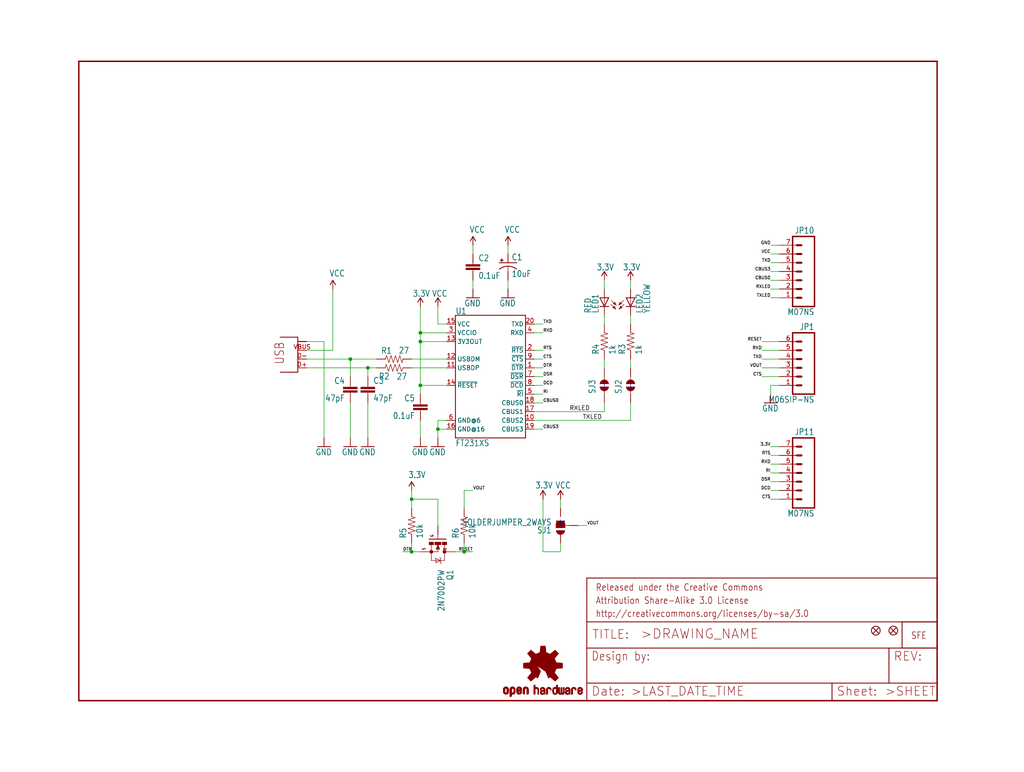
<source format=kicad_sch>
(kicad_sch (version 20211123) (generator eeschema)
  (paper "User" 297.002 223.926)
  (lib_symbols
    (symbol "schematicEagle-eagle-import:3.3V" (power)
      (property "Value" "3.3V" (at -1.016 3.556 0))
      (symbol "3.3V_1_0"
        (pin power_in line (at 0 0 90) (length 2.54) (name "3.3V") (number "1"))
      )
    )
    (symbol "schematicEagle-eagle-import:CAP0402-CAP"
      (property "Reference" "C" (at 1.524 2.921 0))
      (property "Value" "CAP0402-CAP" (at 1.524 -2.159 0))
      (symbol "CAP0402-CAP_1_0"
        (pin passive line (at 0 5.08 270) (length 2.54) (name "1") (number "1"))
        (pin passive line (at 0 -2.54 90) (length 2.54) (name "2") (number "2"))
      )
    )
    (symbol "schematicEagle-eagle-import:CAP_POL1206"
      (property "Reference" "C" (at 1.016 0.635 0))
      (property "Value" "CAP_POL1206" (at 1.016 -4.191 0))
      (symbol "CAP_POL1206_1_0"
        (pin passive line (at 0 2.54 270) (length 2.54) (name "+") (number "A"))
        (pin passive line (at 0 -5.08 90) (length 2.54) (name "-") (number "C"))
      )
    )
    (symbol "schematicEagle-eagle-import:FIDUCIALUFIDUCIAL")
    (symbol "schematicEagle-eagle-import:FRAME-LETTER"
      (symbol "FRAME-LETTER_2_0"
        (text ">DRAWING_NAME" (at 15.494 17.78 0) (effects (font (size 2.7432 2.7432)) (justify left bottom)))
        (text ">LAST_DATE_TIME" (at 12.7 1.27 0) (effects (font (size 2.54 2.54)) (justify left bottom)))
        (text ">SHEET" (at 86.36 1.27 0) (effects (font (size 2.54 2.54)) (justify left bottom)))
        (text "Attribution Share-Alike 3.0 License" (at 2.54 27.94 0) (effects (font (size 1.9304 1.6408)) (justify left bottom)))
        (text "Date:" (at 1.27 1.27 0) (effects (font (size 2.54 2.54)) (justify left bottom)))
        (text "Design by:" (at 1.27 11.43 0) (effects (font (size 2.54 2.159)) (justify left bottom)))
        (text "http://creativecommons.org/licenses/by-sa/3.0" (at 2.54 24.13 0) (effects (font (size 1.9304 1.6408)) (justify left bottom)))
        (text "Released under the Creative Commons" (at 2.54 31.75 0) (effects (font (size 1.9304 1.6408)) (justify left bottom)))
        (text "REV:" (at 88.9 11.43 0) (effects (font (size 2.54 2.54)) (justify left bottom)))
        (text "Sheet:" (at 72.39 1.27 0) (effects (font (size 2.54 2.54)) (justify left bottom)))
        (text "TITLE:" (at 1.524 17.78 0) (effects (font (size 2.54 2.54)) (justify left bottom)))
      )
    )
    (symbol "schematicEagle-eagle-import:FT231XS"
      (property "Reference" "U" (at -10.16 18.034 0))
      (property "Value" "FT231XS" (at -10.16 -18.288 0))
      (symbol "FT231XS_1_0"
        (pin bidirectional line (at 12.7 2.54 180) (length 2.54) (name "~{DTR}") (number "1"))
        (pin bidirectional line (at 12.7 -12.7 180) (length 2.54) (name "CBUS2") (number "10"))
        (pin bidirectional line (at -12.7 2.54 0) (length 2.54) (name "USBDP") (number "11"))
        (pin bidirectional line (at -12.7 5.08 0) (length 2.54) (name "USBDM") (number "12"))
        (pin bidirectional line (at -12.7 10.16 0) (length 2.54) (name "3V3OUT") (number "13"))
        (pin bidirectional line (at -12.7 -2.54 0) (length 2.54) (name "~{RESET}") (number "14"))
        (pin bidirectional line (at -12.7 15.24 0) (length 2.54) (name "VCC") (number "15"))
        (pin bidirectional line (at -12.7 -15.24 0) (length 2.54) (name "GND@16") (number "16"))
        (pin bidirectional line (at 12.7 -10.16 180) (length 2.54) (name "CBUS1") (number "17"))
        (pin bidirectional line (at 12.7 -7.62 180) (length 2.54) (name "CBUS0") (number "18"))
        (pin bidirectional line (at 12.7 -15.24 180) (length 2.54) (name "CBUS3") (number "19"))
        (pin bidirectional line (at 12.7 7.62 180) (length 2.54) (name "~{RTS}") (number "2"))
        (pin bidirectional line (at 12.7 15.24 180) (length 2.54) (name "TXD") (number "20"))
        (pin bidirectional line (at -12.7 12.7 0) (length 2.54) (name "VCCIO") (number "3"))
        (pin bidirectional line (at 12.7 12.7 180) (length 2.54) (name "RXD") (number "4"))
        (pin bidirectional line (at 12.7 -5.08 180) (length 2.54) (name "~{RI}") (number "5"))
        (pin bidirectional line (at -12.7 -12.7 0) (length 2.54) (name "GND@6") (number "6"))
        (pin bidirectional line (at 12.7 0 180) (length 2.54) (name "~{DSR}") (number "7"))
        (pin bidirectional line (at 12.7 -2.54 180) (length 2.54) (name "~{DCD}") (number "8"))
        (pin bidirectional line (at 12.7 5.08 180) (length 2.54) (name "~{CTS}") (number "9"))
      )
    )
    (symbol "schematicEagle-eagle-import:GND" (power)
      (property "Value" "GND" (at -2.54 -2.54 0))
      (symbol "GND_1_0"
        (pin power_in line (at 0 2.54 270) (length 2.54) (name "GND") (number "1"))
      )
    )
    (symbol "schematicEagle-eagle-import:LED0603"
      (property "Reference" "LED" (at 3.556 -4.572 90))
      (property "Value" "LED0603" (at 5.715 -4.572 90))
      (symbol "LED0603_1_0"
        (pin passive line (at 0 2.54 270) (length 2.54) (name "A") (number "A"))
        (pin passive line (at 0 -5.08 90) (length 2.54) (name "C") (number "C"))
      )
    )
    (symbol "schematicEagle-eagle-import:LOGO-SFENW2"
      (symbol "LOGO-SFENW2_1_0"
        (text "SFE" (at 0 0 0) (effects (font (size 1.9304 1.6408)) (justify left bottom)))
      )
    )
    (symbol "schematicEagle-eagle-import:M06SIP-NS"
      (property "Reference" "JP" (at -5.08 10.922 0))
      (property "Value" "M06SIP-NS" (at -5.08 -10.16 0))
      (symbol "M06SIP-NS_1_0"
        (pin passive line (at 5.08 -5.08 180) (length 5.08) (name "1") (number "1"))
        (pin passive line (at 5.08 -2.54 180) (length 5.08) (name "2") (number "2"))
        (pin passive line (at 5.08 0 180) (length 5.08) (name "3") (number "3"))
        (pin passive line (at 5.08 2.54 180) (length 5.08) (name "4") (number "4"))
        (pin passive line (at 5.08 5.08 180) (length 5.08) (name "5") (number "5"))
        (pin passive line (at 5.08 7.62 180) (length 5.08) (name "6") (number "6"))
      )
    )
    (symbol "schematicEagle-eagle-import:M07NS"
      (property "Reference" "JP" (at -5.08 13.462 0))
      (property "Value" "M07NS" (at -5.08 -10.16 0))
      (symbol "M07NS_1_0"
        (pin passive line (at 5.08 -5.08 180) (length 5.08) (name "1") (number "1"))
        (pin passive line (at 5.08 -2.54 180) (length 5.08) (name "2") (number "2"))
        (pin passive line (at 5.08 0 180) (length 5.08) (name "3") (number "3"))
        (pin passive line (at 5.08 2.54 180) (length 5.08) (name "4") (number "4"))
        (pin passive line (at 5.08 5.08 180) (length 5.08) (name "5") (number "5"))
        (pin passive line (at 5.08 7.62 180) (length 5.08) (name "6") (number "6"))
        (pin passive line (at 5.08 10.16 180) (length 5.08) (name "7") (number "7"))
      )
    )
    (symbol "schematicEagle-eagle-import:MOSFET-NCHANNELSOT323"
      (property "Reference" "Q" (at 5.08 2.54 0))
      (property "Value" "MOSFET-NCHANNELSOT323" (at 5.08 0 0))
      (symbol "MOSFET-NCHANNELSOT323_1_0"
        (text "D" (at -1.27 2.54 0) (effects (font (size 0.8128 0.6908)) (justify left bottom)))
        (text "G" (at -5.08 -1.27 0) (effects (font (size 0.8128 0.6908)) (justify left bottom)))
        (text "S" (at -1.27 -3.556 0) (effects (font (size 0.8128 0.6908)) (justify left bottom)))
        (pin passive line (at -7.62 0 0) (length 2.54) (name "G") (number "1"))
        (pin passive line (at 0 -5.08 90) (length 2.54) (name "S") (number "2"))
        (pin passive line (at 0 5.08 270) (length 2.54) (name "D") (number "3"))
      )
    )
    (symbol "schematicEagle-eagle-import:OSHW-LOGOS")
    (symbol "schematicEagle-eagle-import:RESISTOR0402-RES"
      (property "Reference" "R" (at -3.81 1.4986 0))
      (property "Value" "RESISTOR0402-RES" (at -3.81 -3.302 0))
      (symbol "RESISTOR0402-RES_1_0"
        (pin passive line (at -5.08 0 0) (length 2.54) (name "1") (number "1"))
        (pin passive line (at 5.08 0 180) (length 2.54) (name "2") (number "2"))
      )
    )
    (symbol "schematicEagle-eagle-import:SOLDERJUMPERTRACE"
      (property "Reference" "SJ" (at -2.54 2.54 0))
      (property "Value" "SOLDERJUMPERTRACE" (at -2.54 -5.08 0))
      (symbol "SOLDERJUMPERTRACE_1_0"
        (pin passive line (at -5.08 0 0) (length 2.54) (name "1") (number "1"))
        (pin passive line (at 5.08 0 180) (length 2.54) (name "2") (number "2"))
      )
    )
    (symbol "schematicEagle-eagle-import:SOLDERJUMPER_2WAYS"
      (property "Reference" "SJ" (at 2.54 0.381 0))
      (property "Value" "SOLDERJUMPER_2WAYS" (at 2.54 -1.905 0))
      (symbol "SOLDERJUMPER_2WAYS_1_0"
        (pin passive line (at 0 5.08 270) (length 2.54) (name "1") (number "1"))
        (pin passive line (at -5.08 0 0) (length 2.54) (name "2") (number "2"))
        (pin passive line (at 0 -5.08 90) (length 2.54) (name "3") (number "3"))
      )
    )
    (symbol "schematicEagle-eagle-import:USB-MICROB"
      (symbol "USB-MICROB_1_0"
        (text "USB" (at 3.81 0 900) (effects (font (size 2.54 2.159)) (justify left bottom)))
        (pin bidirectional line (at -2.54 7.62 0) (length 2.54) (name "D+") (number "D+"))
        (pin bidirectional line (at -2.54 5.08 0) (length 2.54) (name "D-") (number "D-"))
        (pin bidirectional line (at -2.54 0 0) (length 2.54) (name "GND") (number "GND"))
        (pin bidirectional line (at -2.54 0 0) (length 2.54) (name "GND") (number "MT1"))
        (pin bidirectional line (at -2.54 0 0) (length 2.54) (name "GND") (number "MT2"))
        (pin bidirectional line (at -2.54 2.54 0) (length 2.54) (name "VBUS") (number "VBUS"))
      )
    )
    (symbol "schematicEagle-eagle-import:VCC" (power)
      (property "Value" "VCC" (at -1.016 3.556 0))
      (symbol "VCC_1_0"
        (pin power_in line (at 0 0 90) (length 2.54) (name "VCC") (number "1"))
      )
    )
  )
  (junction (at 121.92 96.52))
  (junction (at 119.38 144.78))
  (junction (at 134.62 160.02))
  (junction (at 127 124.46))
  (junction (at 106.68 106.68))
  (junction (at 119.38 160.02))
  (junction (at 121.92 99.06))
  (junction (at 101.6 104.14))
  (junction (at 121.92 111.76))
  (wire (pts (xy 226.06 73.66) (xy 223.52 73.66)))
  (polyline (pts (xy 162.56 152.4) (xy 162.56 150.622)))
  (wire (pts (xy 101.6 104.14) (xy 101.6 109.22)))
  (wire (pts (xy 101.6 104.14) (xy 88.9 104.14)))
  (wire (pts (xy 226.06 132.08) (xy 223.52 132.08)))
  (wire (pts (xy 226.06 134.62) (xy 223.52 134.62)))
  (wire (pts (xy 175.26 91.44) (xy 175.26 93.98)))
  (wire (pts (xy 226.06 71.12) (xy 223.52 71.12)))
  (wire (pts (xy 154.94 114.3) (xy 157.48 114.3)))
  (wire (pts (xy 226.06 76.2) (xy 223.52 76.2)))
  (wire (pts (xy 119.38 160.02) (xy 116.84 160.02)))
  (wire (pts (xy 154.94 96.52) (xy 157.48 96.52)))
  (wire (pts (xy 154.94 121.92) (xy 182.88 121.92)))
  (wire (pts (xy 121.92 96.52) (xy 121.92 99.06)))
  (wire (pts (xy 226.06 83.82) (xy 223.52 83.82)))
  (wire (pts (xy 154.94 101.6) (xy 157.48 101.6)))
  (wire (pts (xy 129.54 96.52) (xy 121.92 96.52)))
  (wire (pts (xy 175.26 106.68) (xy 175.26 104.14)))
  (wire (pts (xy 129.54 104.14) (xy 119.38 104.14)))
  (wire (pts (xy 182.88 121.92) (xy 182.88 116.84)))
  (wire (pts (xy 226.06 81.28) (xy 223.52 81.28)))
  (wire (pts (xy 132.08 160.02) (xy 134.62 160.02)))
  (wire (pts (xy 137.16 81.28) (xy 137.16 83.82)))
  (wire (pts (xy 154.94 106.68) (xy 157.48 106.68)))
  (wire (pts (xy 121.92 99.06) (xy 121.92 111.76)))
  (polyline (pts (xy 175.26 112.522) (xy 175.26 110.998)))
  (wire (pts (xy 106.68 106.68) (xy 106.68 109.22)))
  (wire (pts (xy 88.9 99.06) (xy 93.98 99.06)))
  (wire (pts (xy 226.06 86.36) (xy 223.52 86.36)))
  (wire (pts (xy 154.94 109.22) (xy 157.48 109.22)))
  (wire (pts (xy 129.54 93.98) (xy 127 93.98)))
  (wire (pts (xy 129.54 124.46) (xy 127 124.46)))
  (wire (pts (xy 127 152.4) (xy 127 144.78)))
  (wire (pts (xy 154.94 104.14) (xy 157.48 104.14)))
  (wire (pts (xy 154.94 119.38) (xy 175.26 119.38)))
  (wire (pts (xy 226.06 101.6) (xy 220.98 101.6)))
  (wire (pts (xy 119.38 144.78) (xy 119.38 147.32)))
  (wire (pts (xy 162.56 144.78) (xy 162.56 147.32)))
  (wire (pts (xy 154.94 111.76) (xy 157.48 111.76)))
  (wire (pts (xy 96.52 101.6) (xy 96.52 83.82)))
  (wire (pts (xy 109.22 106.68) (xy 106.68 106.68)))
  (wire (pts (xy 121.92 127) (xy 121.92 121.92)))
  (wire (pts (xy 137.16 71.12) (xy 137.16 73.66)))
  (wire (pts (xy 162.56 157.48) (xy 162.56 160.02)))
  (wire (pts (xy 162.56 160.02) (xy 157.48 160.02)))
  (wire (pts (xy 134.62 142.24) (xy 134.62 147.32)))
  (wire (pts (xy 154.94 93.98) (xy 157.48 93.98)))
  (wire (pts (xy 226.06 109.22) (xy 220.98 109.22)))
  (wire (pts (xy 226.06 106.68) (xy 220.98 106.68)))
  (wire (pts (xy 127 121.92) (xy 127 124.46)))
  (wire (pts (xy 175.26 119.38) (xy 175.26 116.84)))
  (wire (pts (xy 106.68 127) (xy 106.68 116.84)))
  (wire (pts (xy 121.92 96.52) (xy 121.92 88.9)))
  (wire (pts (xy 182.88 104.14) (xy 182.88 106.68)))
  (wire (pts (xy 129.54 99.06) (xy 121.92 99.06)))
  (wire (pts (xy 226.06 78.74) (xy 223.52 78.74)))
  (wire (pts (xy 127 144.78) (xy 119.38 144.78)))
  (wire (pts (xy 226.06 111.76) (xy 223.52 111.76)))
  (wire (pts (xy 129.54 106.68) (xy 119.38 106.68)))
  (wire (pts (xy 121.92 160.02) (xy 119.38 160.02)))
  (wire (pts (xy 101.6 127) (xy 101.6 116.84)))
  (wire (pts (xy 129.54 111.76) (xy 121.92 111.76)))
  (wire (pts (xy 134.62 160.02) (xy 134.62 157.48)))
  (wire (pts (xy 226.06 144.78) (xy 223.52 144.78)))
  (wire (pts (xy 226.06 104.14) (xy 220.98 104.14)))
  (wire (pts (xy 223.52 111.76) (xy 223.52 114.3)))
  (wire (pts (xy 167.64 152.4) (xy 170.18 152.4)))
  (wire (pts (xy 127 124.46) (xy 127 127)))
  (wire (pts (xy 129.54 121.92) (xy 127 121.92)))
  (wire (pts (xy 134.62 160.02) (xy 137.16 160.02)))
  (wire (pts (xy 109.22 104.14) (xy 101.6 104.14)))
  (wire (pts (xy 147.32 73.66) (xy 147.32 71.12)))
  (wire (pts (xy 157.48 160.02) (xy 157.48 144.78)))
  (wire (pts (xy 134.62 142.24) (xy 137.16 142.24)))
  (wire (pts (xy 121.92 111.76) (xy 121.92 114.3)))
  (wire (pts (xy 175.26 81.28) (xy 175.26 83.82)))
  (wire (pts (xy 226.06 139.7) (xy 223.52 139.7)))
  (wire (pts (xy 154.94 116.84) (xy 157.48 116.84)))
  (wire (pts (xy 154.94 124.46) (xy 157.48 124.46)))
  (wire (pts (xy 226.06 137.16) (xy 223.52 137.16)))
  (wire (pts (xy 147.32 83.82) (xy 147.32 81.28)))
  (wire (pts (xy 88.9 101.6) (xy 96.52 101.6)))
  (wire (pts (xy 119.38 142.24) (xy 119.38 144.78)))
  (wire (pts (xy 226.06 129.54) (xy 223.52 129.54)))
  (wire (pts (xy 226.06 99.06) (xy 220.98 99.06)))
  (wire (pts (xy 182.88 91.44) (xy 182.88 93.98)))
  (wire (pts (xy 226.06 142.24) (xy 223.52 142.24)))
  (wire (pts (xy 93.98 99.06) (xy 93.98 127)))
  (wire (pts (xy 119.38 160.02) (xy 119.38 157.48)))
  (polyline (pts (xy 182.88 112.522) (xy 182.88 110.998)))
  (wire (pts (xy 127 93.98) (xy 127 88.9)))
  (wire (pts (xy 106.68 106.68) (xy 88.9 106.68)))
  (wire (pts (xy 182.88 81.28) (xy 182.88 83.82)))
  (label "TXD" (at 223.52 76.2 180) (effects (font (size 0.889 0.889))))
  (label "DSR" (at 157.48 109.22 0) (effects (font (size 0.889 0.889))))
  (label "DTR" (at 116.84 160.02 0) (effects (font (size 0.889 0.889))))
  (label "RXLED" (at 223.52 83.82 180) (effects (font (size 0.889 0.889))))
  (label "RTS" (at 223.52 132.08 180) (effects (font (size 0.889 0.889))))
  (label "RESET" (at 220.98 99.06 180) (effects (font (size 0.889 0.889))))
  (label "CBUS3" (at 223.52 78.74 180) (effects (font (size 0.889 0.889))))
  (label "CTS" (at 223.52 144.78 180) (effects (font (size 0.889 0.889))))
  (label "VOUT" (at 170.18 152.4 0) (effects (font (size 0.889 0.889))))
  (label "RXLED" (at 165.1 119.38 0) (effects (font (size 1.2446 1.2446))))
  (label "DCD" (at 157.48 111.76 0) (effects (font (size 0.889 0.889))))
  (label "RESET" (at 137.16 160.02 180) (effects (font (size 0.889 0.889))))
  (label "VOUT" (at 137.16 142.24 0) (effects (font (size 0.889 0.889))))
  (label "3.3V" (at 223.52 129.54 180) (effects (font (size 0.889 0.889))))
  (label "RXD" (at 220.98 101.6 180) (effects (font (size 0.889 0.889))))
  (label "RTS" (at 157.48 101.6 0) (effects (font (size 0.889 0.889))))
  (label "TXLED" (at 168.91 121.92 0) (effects (font (size 1.2446 1.2446))))
  (label "CTS" (at 220.98 109.22 180) (effects (font (size 0.889 0.889))))
  (label "VOUT" (at 220.98 106.68 180) (effects (font (size 0.889 0.889))))
  (label "CTS" (at 157.48 104.14 0) (effects (font (size 0.889 0.889))))
  (label "DSR" (at 223.52 139.7 180) (effects (font (size 0.889 0.889))))
  (label "CBUS0" (at 157.48 116.84 0) (effects (font (size 0.889 0.889))))
  (label "RI" (at 223.52 137.16 180) (effects (font (size 0.889 0.889))))
  (label "DCD" (at 223.52 142.24 180) (effects (font (size 0.889 0.889))))
  (label "RXD" (at 223.52 134.62 180) (effects (font (size 0.889 0.889))))
  (label "TXD" (at 220.98 104.14 180) (effects (font (size 0.889 0.889))))
  (label "DTR" (at 157.48 106.68 0) (effects (font (size 0.889 0.889))))
  (label "CBUS0" (at 223.52 81.28 180) (effects (font (size 0.889 0.889))))
  (label "CBUS3" (at 157.48 124.46 0) (effects (font (size 0.889 0.889))))
  (label "TXD" (at 157.48 93.98 0) (effects (font (size 0.889 0.889))))
  (label "RXD" (at 157.48 96.52 0) (effects (font (size 0.889 0.889))))
  (label "TXLED" (at 223.52 86.36 180) (effects (font (size 0.889 0.889))))
  (label "GND" (at 223.52 71.12 180) (effects (font (size 0.889 0.889))))
  (label "RI" (at 157.48 114.3 0) (effects (font (size 0.889 0.889))))
  (label "VCC" (at 223.52 73.66 180) (effects (font (size 0.889 0.889))))
  (symbol (lib_id "schematicEagle-eagle-import:M06SIP-NS") (at 231.14 106.68 0) (mirror y) (unit 1)
    (property "Reference" "JP1" (at 236.22 95.758 0) (effects (font (size 1.778 1.5113)) (justify left bottom)))
    (property "Value" "M06SIP-NS" (at 236.22 116.84 0) (effects (font (size 1.778 1.5113)) (justify left bottom)))
    (property "Footprint" "schematicEagle:1X06_NS" (effects hide))
  )
  (symbol (lib_id "schematicEagle-eagle-import:LED0603") (at 182.88 86.36 0) (unit 1)
    (property "Reference" "LED2" (at 186.436 90.932 90) (effects (font (size 1.778 1.5113)) (justify left bottom)))
    (property "Value" "YELLOW" (at 188.595 90.932 90) (effects (font (size 1.778 1.5113)) (justify left bottom)))
    (property "Footprint" "schematicEagle:LED-0603" (effects hide))
  )
  (symbol (lib_id "schematicEagle-eagle-import:SOLDERJUMPER_2WAYS") (at 162.56 152.4 180) (unit 1)
    (property "Reference" "SJ1" (at 160.02 152.781 0) (effects (font (size 1.778 1.5113)) (justify left bottom)))
    (property "Value" "SOLDERJUMPER_2WAYS" (at 160.02 150.495 0) (effects (font (size 1.778 1.5113)) (justify left bottom)))
    (property "Footprint" "schematicEagle:SJ_3" (effects hide))
  )
  (symbol (lib_id "schematicEagle-eagle-import:GND") (at 101.6 129.54 0) (unit 1)
    (property "Reference" "#GND1" (effects hide))
    (property "Value" "GND" (at 99.06 132.08 0) (effects (font (size 1.778 1.5113)) (justify left bottom)))
    (property "Footprint" "schematicEagle:" (effects hide))
  )
  (symbol (lib_id "schematicEagle-eagle-import:FT231XS") (at 142.24 109.22 0) (unit 1)
    (property "Reference" "U1" (at 132.08 91.186 0) (effects (font (size 1.778 1.5113)) (justify left bottom)))
    (property "Value" "FT231XS" (at 132.08 127.508 0) (effects (font (size 1.778 1.5113)) (justify left top)))
    (property "Footprint" "schematicEagle:SSOP20_L" (effects hide))
  )
  (symbol (lib_id "schematicEagle-eagle-import:MOSFET-NCHANNELSOT323") (at 127 160.02 270) (unit 1)
    (property "Reference" "Q1" (at 129.54 165.1 0) (effects (font (size 1.778 1.5113)) (justify left bottom)))
    (property "Value" "2N7002PW" (at 127 165.1 0) (effects (font (size 1.778 1.5113)) (justify left bottom)))
    (property "Footprint" "schematicEagle:SOT323" (effects hide))
  )
  (symbol (lib_id "schematicEagle-eagle-import:CAP0402-CAP") (at 121.92 119.38 0) (mirror y) (unit 1)
    (property "Reference" "C5" (at 120.396 116.459 0) (effects (font (size 1.778 1.5113)) (justify left bottom)))
    (property "Value" "0.1uF" (at 120.396 121.539 0) (effects (font (size 1.778 1.5113)) (justify left bottom)))
    (property "Footprint" "schematicEagle:0402-CAP" (effects hide))
  )
  (symbol (lib_id "schematicEagle-eagle-import:FIDUCIALUFIDUCIAL") (at 254 182.88 0) (unit 1)
    (property "Reference" "JP4" (effects hide))
    (property "Value" "FIDUCIALUFIDUCIAL" (effects hide))
    (property "Footprint" "schematicEagle:MICRO-FIDUCIAL" (effects hide))
  )
  (symbol (lib_id "schematicEagle-eagle-import:SOLDERJUMPERTRACE") (at 175.26 111.76 90) (unit 1)
    (property "Reference" "SJ3" (at 172.72 114.3 0) (effects (font (size 1.778 1.5113)) (justify left bottom)))
    (property "Value" "RXLED" (effects hide))
    (property "Footprint" "schematicEagle:SJ_2S-TRACE" (effects hide))
  )
  (symbol (lib_id "schematicEagle-eagle-import:GND") (at 127 129.54 0) (unit 1)
    (property "Reference" "#GND3" (effects hide))
    (property "Value" "GND" (at 124.46 132.08 0) (effects (font (size 1.778 1.5113)) (justify left bottom)))
    (property "Footprint" "schematicEagle:" (effects hide))
  )
  (symbol (lib_id "schematicEagle-eagle-import:RESISTOR0402-RES") (at 175.26 99.06 90) (unit 1)
    (property "Reference" "R4" (at 173.7614 102.87 0) (effects (font (size 1.778 1.5113)) (justify left bottom)))
    (property "Value" "1k" (at 178.562 102.87 0) (effects (font (size 1.778 1.5113)) (justify left bottom)))
    (property "Footprint" "schematicEagle:0402-RES" (effects hide))
  )
  (symbol (lib_id "schematicEagle-eagle-import:RESISTOR0402-RES") (at 114.3 104.14 0) (unit 1)
    (property "Reference" "R1" (at 110.49 102.6414 0) (effects (font (size 1.778 1.5113)) (justify left bottom)))
    (property "Value" "27" (at 115.57 102.616 0) (effects (font (size 1.778 1.5113)) (justify left bottom)))
    (property "Footprint" "schematicEagle:0402-RES" (effects hide))
  )
  (symbol (lib_id "schematicEagle-eagle-import:LED0603") (at 175.26 86.36 0) (mirror y) (unit 1)
    (property "Reference" "LED1" (at 171.704 90.932 90) (effects (font (size 1.778 1.5113)) (justify left bottom)))
    (property "Value" "RED" (at 169.545 90.932 90) (effects (font (size 1.778 1.5113)) (justify left bottom)))
    (property "Footprint" "schematicEagle:LED-0603" (effects hide))
  )
  (symbol (lib_id "schematicEagle-eagle-import:FRAME-LETTER") (at 170.18 203.2 0) (unit 2)
    (property "Reference" "FRAME1" (effects hide))
    (property "Value" "FRAME-LETTER" (effects hide))
    (property "Footprint" "schematicEagle:CREATIVE_COMMONS" (effects hide))
  )
  (symbol (lib_id "schematicEagle-eagle-import:3.3V") (at 157.48 144.78 0) (unit 1)
    (property "Reference" "#P+7" (effects hide))
    (property "Value" "3.3V" (at 155.194 141.732 0) (effects (font (size 1.778 1.5113)) (justify left bottom)))
    (property "Footprint" "schematicEagle:" (effects hide))
  )
  (symbol (lib_id "schematicEagle-eagle-import:OSHW-LOGOS") (at 157.48 193.04 0) (unit 1)
    (property "Reference" "U$1" (effects hide))
    (property "Value" "OSHW-LOGOS" (effects hide))
    (property "Footprint" "schematicEagle:OSHW-LOGO-S" (effects hide))
  )
  (symbol (lib_id "schematicEagle-eagle-import:CAP_POL1206") (at 147.32 76.2 0) (unit 1)
    (property "Reference" "C1" (at 148.336 75.565 0) (effects (font (size 1.778 1.5113)) (justify left bottom)))
    (property "Value" "10uF" (at 148.336 80.391 0) (effects (font (size 1.778 1.5113)) (justify left bottom)))
    (property "Footprint" "schematicEagle:EIA3216" (effects hide))
  )
  (symbol (lib_id "schematicEagle-eagle-import:GND") (at 223.52 116.84 0) (unit 1)
    (property "Reference" "#GND8" (effects hide))
    (property "Value" "GND" (at 220.98 119.38 0) (effects (font (size 1.778 1.5113)) (justify left bottom)))
    (property "Footprint" "schematicEagle:" (effects hide))
  )
  (symbol (lib_id "schematicEagle-eagle-import:CAP0402-CAP") (at 101.6 114.3 0) (mirror y) (unit 1)
    (property "Reference" "C4" (at 100.076 111.379 0) (effects (font (size 1.778 1.5113)) (justify left bottom)))
    (property "Value" "47pF" (at 100.076 116.459 0) (effects (font (size 1.778 1.5113)) (justify left bottom)))
    (property "Footprint" "schematicEagle:0402-CAP" (effects hide))
  )
  (symbol (lib_id "schematicEagle-eagle-import:GND") (at 147.32 86.36 0) (unit 1)
    (property "Reference" "#GND7" (effects hide))
    (property "Value" "GND" (at 144.78 88.9 0) (effects (font (size 1.778 1.5113)) (justify left bottom)))
    (property "Footprint" "schematicEagle:" (effects hide))
  )
  (symbol (lib_id "schematicEagle-eagle-import:USB-MICROB") (at 86.36 99.06 180) (unit 1)
    (property "Reference" "X1" (effects hide))
    (property "Value" "USB-MICROB" (effects hide))
    (property "Footprint" "schematicEagle:USB-MICROB" (effects hide))
  )
  (symbol (lib_id "schematicEagle-eagle-import:3.3V") (at 175.26 81.28 0) (unit 1)
    (property "Reference" "#P+9" (effects hide))
    (property "Value" "3.3V" (at 172.974 78.486 0) (effects (font (size 1.778 1.5113)) (justify left bottom)))
    (property "Footprint" "schematicEagle:" (effects hide))
  )
  (symbol (lib_id "schematicEagle-eagle-import:VCC") (at 96.52 83.82 0) (unit 1)
    (property "Reference" "#P+1" (effects hide))
    (property "Value" "VCC" (at 95.504 80.264 0) (effects (font (size 1.778 1.5113)) (justify left bottom)))
    (property "Footprint" "schematicEagle:" (effects hide))
  )
  (symbol (lib_id "schematicEagle-eagle-import:GND") (at 121.92 129.54 0) (unit 1)
    (property "Reference" "#GND5" (effects hide))
    (property "Value" "GND" (at 119.38 132.08 0) (effects (font (size 1.778 1.5113)) (justify left bottom)))
    (property "Footprint" "schematicEagle:" (effects hide))
  )
  (symbol (lib_id "schematicEagle-eagle-import:SOLDERJUMPERTRACE") (at 182.88 111.76 90) (unit 1)
    (property "Reference" "SJ2" (at 180.34 114.3 0) (effects (font (size 1.778 1.5113)) (justify left bottom)))
    (property "Value" "TXLED" (effects hide))
    (property "Footprint" "schematicEagle:SJ_2S-TRACE" (effects hide))
  )
  (symbol (lib_id "schematicEagle-eagle-import:RESISTOR0402-RES") (at 182.88 99.06 90) (unit 1)
    (property "Reference" "R3" (at 181.3814 102.87 0) (effects (font (size 1.778 1.5113)) (justify left bottom)))
    (property "Value" "1k" (at 186.182 102.87 0) (effects (font (size 1.778 1.5113)) (justify left bottom)))
    (property "Footprint" "schematicEagle:0402-RES" (effects hide))
  )
  (symbol (lib_id "schematicEagle-eagle-import:VCC") (at 137.16 71.12 0) (unit 1)
    (property "Reference" "#P+3" (effects hide))
    (property "Value" "VCC" (at 136.144 67.564 0) (effects (font (size 1.778 1.5113)) (justify left bottom)))
    (property "Footprint" "schematicEagle:" (effects hide))
  )
  (symbol (lib_id "schematicEagle-eagle-import:CAP0402-CAP") (at 137.16 78.74 0) (unit 1)
    (property "Reference" "C2" (at 138.684 75.819 0) (effects (font (size 1.778 1.5113)) (justify left bottom)))
    (property "Value" "0.1uF" (at 138.684 80.899 0) (effects (font (size 1.778 1.5113)) (justify left bottom)))
    (property "Footprint" "schematicEagle:0402-CAP" (effects hide))
  )
  (symbol (lib_id "schematicEagle-eagle-import:VCC") (at 162.56 144.78 0) (unit 1)
    (property "Reference" "#P+6" (effects hide))
    (property "Value" "VCC" (at 161.036 141.732 0) (effects (font (size 1.778 1.5113)) (justify left bottom)))
    (property "Footprint" "schematicEagle:" (effects hide))
  )
  (symbol (lib_id "schematicEagle-eagle-import:CAP0402-CAP") (at 106.68 114.3 0) (unit 1)
    (property "Reference" "C3" (at 108.204 111.379 0) (effects (font (size 1.778 1.5113)) (justify left bottom)))
    (property "Value" "47pF" (at 108.204 116.459 0) (effects (font (size 1.778 1.5113)) (justify left bottom)))
    (property "Footprint" "schematicEagle:0402-CAP" (effects hide))
  )
  (symbol (lib_id "schematicEagle-eagle-import:RESISTOR0402-RES") (at 134.62 152.4 90) (unit 1)
    (property "Reference" "R6" (at 133.1214 156.21 0) (effects (font (size 1.778 1.5113)) (justify left bottom)))
    (property "Value" "10k" (at 137.922 156.21 0) (effects (font (size 1.778 1.5113)) (justify left bottom)))
    (property "Footprint" "schematicEagle:0402-RES" (effects hide))
  )
  (symbol (lib_id "schematicEagle-eagle-import:GND") (at 93.98 129.54 0) (unit 1)
    (property "Reference" "#GND4" (effects hide))
    (property "Value" "GND" (at 91.44 132.08 0) (effects (font (size 1.778 1.5113)) (justify left bottom)))
    (property "Footprint" "schematicEagle:" (effects hide))
  )
  (symbol (lib_id "schematicEagle-eagle-import:VCC") (at 147.32 71.12 0) (unit 1)
    (property "Reference" "#P+4" (effects hide))
    (property "Value" "VCC" (at 146.304 67.564 0) (effects (font (size 1.778 1.5113)) (justify left bottom)))
    (property "Footprint" "schematicEagle:" (effects hide))
  )
  (symbol (lib_id "schematicEagle-eagle-import:M07NS") (at 231.14 139.7 0) (mirror y) (unit 1)
    (property "Reference" "JP11" (at 236.22 126.238 0) (effects (font (size 1.778 1.5113)) (justify left bottom)))
    (property "Value" "M07NS" (at 236.22 149.86 0) (effects (font (size 1.778 1.5113)) (justify left bottom)))
    (property "Footprint" "schematicEagle:1X07_NS" (effects hide))
  )
  (symbol (lib_id "schematicEagle-eagle-import:GND") (at 137.16 86.36 0) (unit 1)
    (property "Reference" "#GND6" (effects hide))
    (property "Value" "GND" (at 134.62 88.9 0) (effects (font (size 1.778 1.5113)) (justify left bottom)))
    (property "Footprint" "schematicEagle:" (effects hide))
  )
  (symbol (lib_id "schematicEagle-eagle-import:FIDUCIALUFIDUCIAL") (at 259.08 182.88 0) (unit 1)
    (property "Reference" "JP3" (effects hide))
    (property "Value" "FIDUCIALUFIDUCIAL" (effects hide))
    (property "Footprint" "schematicEagle:MICRO-FIDUCIAL" (effects hide))
  )
  (symbol (lib_id "schematicEagle-eagle-import:GND") (at 106.68 129.54 0) (unit 1)
    (property "Reference" "#GND2" (effects hide))
    (property "Value" "GND" (at 104.14 132.08 0) (effects (font (size 1.778 1.5113)) (justify left bottom)))
    (property "Footprint" "schematicEagle:" (effects hide))
  )
  (symbol (lib_id "schematicEagle-eagle-import:3.3V") (at 121.92 88.9 0) (unit 1)
    (property "Reference" "#P+5" (effects hide))
    (property "Value" "3.3V" (at 119.634 86.106 0) (effects (font (size 1.778 1.5113)) (justify left bottom)))
    (property "Footprint" "schematicEagle:" (effects hide))
  )
  (symbol (lib_id "schematicEagle-eagle-import:RESISTOR0402-RES") (at 119.38 152.4 90) (unit 1)
    (property "Reference" "R5" (at 117.8814 156.21 0) (effects (font (size 1.778 1.5113)) (justify left bottom)))
    (property "Value" "10k" (at 122.682 156.21 0) (effects (font (size 1.778 1.5113)) (justify left bottom)))
    (property "Footprint" "schematicEagle:0402-RES" (effects hide))
  )
  (symbol (lib_id "schematicEagle-eagle-import:3.3V") (at 119.38 142.24 0) (unit 1)
    (property "Reference" "#P+10" (effects hide))
    (property "Value" "3.3V" (at 118.364 138.684 0) (effects (font (size 1.778 1.5113)) (justify left bottom)))
    (property "Footprint" "schematicEagle:" (effects hide))
  )
  (symbol (lib_id "schematicEagle-eagle-import:M07NS") (at 231.14 81.28 0) (mirror y) (unit 1)
    (property "Reference" "JP10" (at 236.22 67.818 0) (effects (font (size 1.778 1.5113)) (justify left bottom)))
    (property "Value" "M07NS" (at 236.22 91.44 0) (effects (font (size 1.778 1.5113)) (justify left bottom)))
    (property "Footprint" "schematicEagle:1X07_NS" (effects hide))
  )
  (symbol (lib_id "schematicEagle-eagle-import:3.3V") (at 182.88 81.28 0) (unit 1)
    (property "Reference" "#P+8" (effects hide))
    (property "Value" "3.3V" (at 180.594 78.486 0) (effects (font (size 1.778 1.5113)) (justify left bottom)))
    (property "Footprint" "schematicEagle:" (effects hide))
  )
  (symbol (lib_id "schematicEagle-eagle-import:LOGO-SFENW2") (at 264.16 185.42 0) (unit 1)
    (property "Reference" "JP2" (effects hide))
    (property "Value" "LOGO-SFENW2" (effects hide))
    (property "Footprint" "schematicEagle:SFE-NEW-WEB" (effects hide))
  )
  (symbol (lib_id "schematicEagle-eagle-import:FRAME-LETTER") (at 22.86 203.2 0) (unit 1)
    (property "Reference" "FRAME1" (effects hide))
    (property "Value" "FRAME-LETTER" (effects hide))
    (property "Footprint" "schematicEagle:CREATIVE_COMMONS" (effects hide))
  )
  (symbol (lib_id "schematicEagle-eagle-import:VCC") (at 127 88.9 0) (unit 1)
    (property "Reference" "#P+2" (effects hide))
    (property "Value" "VCC" (at 125.222 86.106 0) (effects (font (size 1.778 1.5113)) (justify left bottom)))
    (property "Footprint" "schematicEagle:" (effects hide))
  )
  (symbol (lib_id "schematicEagle-eagle-import:RESISTOR0402-RES") (at 114.3 106.68 180) (unit 1)
    (property "Reference" "R2" (at 113.03 108.1786 0) (effects (font (size 1.778 1.5113)) (justify left bottom)))
    (property "Value" "27" (at 118.11 108.204 0) (effects (font (size 1.778 1.5113)) (justify left bottom)))
    (property "Footprint" "schematicEagle:0402-RES" (effects hide))
  )
)
</source>
